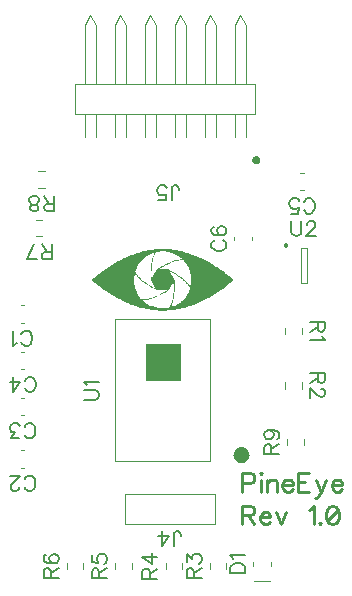
<source format=gbr>
G04 DipTrace 4.0.0.2*
G04 TopSilk.gbr*
%MOIN*%
G04 #@! TF.FileFunction,Legend,Top*
G04 #@! TF.Part,Single*
%ADD10C,0.004724*%
%ADD14C,0.003937*%
%ADD39C,0.00772*%
%ADD40C,0.009264*%
%FSLAX26Y26*%
G04*
G70*
G90*
G75*
G01*
G04 TopSilk*
%LPD*%
X611306Y1316960D2*
D14*
X599495D1*
X611306Y1374440D2*
X599495D1*
X611307Y833960D2*
X599496D1*
X611306Y891440D2*
X599495D1*
X611307Y1008960D2*
X599496D1*
X611306Y1066440D2*
X599495D1*
X611307Y1162960D2*
X599496D1*
X611306Y1220440D2*
X599495D1*
X1245401Y744700D2*
D10*
Y644700D1*
X945401D1*
Y744700D2*
Y644700D1*
X1245401Y744700D2*
X945401D1*
X1535959Y1299937D2*
D14*
X1535960Y1279465D1*
X1480841Y1299935D2*
X1480842Y1279463D1*
X1535959Y1117938D2*
X1535960Y1097465D1*
X1480841Y1117935D2*
X1480842Y1097462D1*
X1228842Y495463D2*
X1228841Y515935D1*
X1283960Y495465D2*
Y515937D1*
X1081842Y495463D2*
X1081841Y515935D1*
X1136960Y495465D2*
Y515937D1*
X913842Y495463D2*
Y515936D1*
X968960Y495464D2*
Y515937D1*
X752842Y495463D2*
Y515936D1*
X807960Y495464D2*
Y515937D1*
X914931Y856670D2*
D10*
X1230305D1*
Y1329920D1*
X914931D1*
Y856670D1*
G36*
X1334646Y849999D2*
X1331204Y850225D1*
X1327821Y850898D1*
X1324554Y852007D1*
X1321460Y853532D1*
X1318592Y855449D1*
X1315999Y857723D1*
X1313724Y860317D1*
X1311808Y863185D1*
X1310282Y866279D1*
X1309173Y869545D1*
X1308500Y872928D1*
X1308275Y876371D1*
X1308500Y879813D1*
X1309173Y883196D1*
X1310282Y886462D1*
X1311808Y889556D1*
X1313724Y892424D1*
X1315999Y895018D1*
X1318592Y897292D1*
X1321460Y899209D1*
X1324554Y900735D1*
X1327821Y901843D1*
X1331204Y902516D1*
X1334646Y902742D1*
X1335431D1*
X1338873Y902516D1*
X1342256Y901843D1*
X1345523Y900735D1*
X1348617Y899209D1*
X1351485Y897292D1*
X1354078Y895018D1*
X1356353Y892424D1*
X1358269Y889556D1*
X1359795Y886462D1*
X1360904Y883196D1*
X1361577Y879813D1*
X1361802Y876371D1*
X1361577Y872928D1*
X1360904Y869545D1*
X1359795Y866279D1*
X1358269Y863185D1*
X1356353Y860317D1*
X1354078Y857723D1*
X1351485Y855449D1*
X1348617Y853532D1*
X1345523Y852007D1*
X1342256Y850898D1*
X1338873Y850225D1*
X1335431Y849999D1*
X1334646D1*
G37*
G36*
X1015336Y1123218D2*
X1132675D1*
Y1244878D1*
X1015336D1*
Y1123218D1*
G37*
X1381426Y2014180D2*
D10*
Y2112587D1*
X781401D1*
Y2014180D1*
X1381426D1*
X1351134Y1935445D2*
Y2014180D1*
X1311713Y1935445D2*
Y2014180D1*
X1251069Y1935445D2*
Y2014180D1*
X1211709Y1935445D2*
Y2014180D1*
X1351134Y2112587D2*
Y2309452D1*
X1311713Y2112587D2*
Y2309452D1*
X1351134D2*
X1331393Y2342527D1*
X1311713Y2309452D2*
X1331393Y2342527D1*
X1251069Y2112587D2*
Y2309452D1*
X1211709Y2112587D2*
Y2309452D1*
X1251069D2*
X1231389Y2342527D1*
X1211709Y2309452D2*
X1231389Y2342527D1*
X1151127Y1935445D2*
Y2014180D1*
X1111767Y1935445D2*
Y2014180D1*
X1051061Y1935445D2*
Y2014180D1*
X1011700Y1935445D2*
Y2014180D1*
X1151127Y2112587D2*
Y2309452D1*
X1111767Y2112587D2*
Y2309452D1*
X1151127D2*
X1131447Y2342527D1*
X1111767Y2309452D2*
X1131447Y2342527D1*
X1051061Y2112587D2*
Y2309452D1*
X1011700Y2112587D2*
Y2309452D1*
X1051061D2*
X1031381Y2342527D1*
X1011700Y2309452D2*
X1031381Y2342527D1*
X951056Y1935445D2*
Y2014180D1*
X911696Y1935445D2*
Y2014180D1*
X851113Y1935445D2*
Y2014180D1*
X811754Y1935445D2*
Y2014180D1*
X951056Y2112587D2*
Y2309452D1*
X911696Y2112587D2*
Y2309452D1*
X951056D2*
X931376Y2342527D1*
X911696Y2309452D2*
X931376Y2342527D1*
X851113Y2112587D2*
Y2309452D1*
X811754Y2112587D2*
Y2309452D1*
X851113D2*
X831434Y2342527D1*
X811754Y2309452D2*
X831434Y2342527D1*
G36*
X1384544Y1872511D2*
X1386344Y1872393D1*
X1388112Y1872041D1*
X1389820Y1871462D1*
X1391437Y1870664D1*
X1392937Y1869662D1*
X1394292Y1868473D1*
X1395481Y1867118D1*
X1396483Y1865618D1*
X1397281Y1864001D1*
X1397860Y1862294D1*
X1398212Y1860525D1*
X1398330Y1858726D1*
X1398212Y1856926D1*
X1397860Y1855158D1*
X1397281Y1853450D1*
X1396483Y1851833D1*
X1395481Y1850334D1*
X1394292Y1848978D1*
X1392937Y1847789D1*
X1391437Y1846787D1*
X1389820Y1845990D1*
X1388112Y1845410D1*
X1386344Y1845058D1*
X1384544Y1844940D1*
X1384539D1*
X1382740Y1845058D1*
X1380971Y1845410D1*
X1379264Y1845990D1*
X1377647Y1846787D1*
X1376147Y1847789D1*
X1374791Y1848978D1*
X1373603Y1850334D1*
X1372601Y1851833D1*
X1371803Y1853450D1*
X1371224Y1855158D1*
X1370872Y1856926D1*
X1370754Y1858726D1*
X1370872Y1860525D1*
X1371224Y1862294D1*
X1371803Y1864001D1*
X1372601Y1865618D1*
X1373603Y1867118D1*
X1374791Y1868473D1*
X1376147Y1869662D1*
X1377647Y1870664D1*
X1379264Y1871462D1*
X1380971Y1872041D1*
X1382740Y1872393D1*
X1384539Y1872511D1*
X1384544D1*
G37*
G36*
X1483407Y1567249D2*
X1482402Y1567314D1*
X1481414Y1567511D1*
X1480460Y1567835D1*
X1479556Y1568280D1*
X1478719Y1568840D1*
X1477961Y1569504D1*
X1477297Y1570262D1*
X1476737Y1571100D1*
X1476292Y1572003D1*
X1475968Y1572957D1*
X1475771Y1573945D1*
X1475705Y1574951D1*
X1475771Y1575956D1*
X1475968Y1576944D1*
X1476292Y1577898D1*
X1476737Y1578802D1*
X1477297Y1579639D1*
X1477961Y1580397D1*
X1478719Y1581061D1*
X1479556Y1581621D1*
X1480460Y1582066D1*
X1481414Y1582390D1*
X1482402Y1582587D1*
X1483407Y1582653D1*
X1483426D1*
X1484431Y1582587D1*
X1485419Y1582390D1*
X1486373Y1582066D1*
X1487277Y1581621D1*
X1488114Y1581061D1*
X1488872Y1580397D1*
X1489536Y1579639D1*
X1490096Y1578802D1*
X1490542Y1577898D1*
X1490865Y1576944D1*
X1491062Y1575956D1*
X1491128Y1574951D1*
X1491062Y1573945D1*
X1490865Y1572957D1*
X1490542Y1572003D1*
X1490096Y1571100D1*
X1489536Y1570262D1*
X1488872Y1569504D1*
X1488114Y1568840D1*
X1487277Y1568280D1*
X1486373Y1567835D1*
X1485419Y1567511D1*
X1484431Y1567314D1*
X1483426Y1567249D1*
X1483407D1*
G37*
X1533558Y1565750D2*
D10*
Y1447645D1*
X1553243D1*
Y1565750D1*
X1533558D1*
X671638Y1605141D2*
D14*
X651165D1*
X671636Y1660259D2*
X651164D1*
X678638Y1766141D2*
X658166D1*
X678636Y1821259D2*
X658164D1*
X1542306Y1757960D2*
X1530495D1*
X1542306Y1815440D2*
X1530495D1*
X1311661Y1591794D2*
Y1603605D1*
X1369141Y1591795D2*
Y1603606D1*
X1374661Y506794D2*
Y518606D1*
X1432141Y506794D2*
Y518606D1*
X1378204Y455220D2*
X1428598D1*
X1487842Y908464D2*
Y928936D1*
X1542960Y908464D2*
Y928936D1*
G36*
X1280038Y1436579D2*
X1280775Y1436947D1*
X1282251Y1438054D1*
X1284094Y1439529D1*
X1285570Y1440635D1*
X1291101Y1445061D1*
X1297739Y1450592D1*
X1303640Y1455755D1*
X1308065Y1459812D1*
Y1460180D1*
X1303271Y1464606D1*
X1300321Y1467187D1*
X1295158Y1471612D1*
X1292945Y1473456D1*
X1283726Y1480832D1*
X1280775Y1483044D1*
X1278932Y1484520D1*
X1274506Y1487839D1*
X1273400Y1488576D1*
X1270450Y1490789D1*
X1269343Y1491526D1*
X1267868Y1492633D1*
X1265656Y1494108D1*
X1264181Y1495214D1*
X1261968Y1496689D1*
X1260493Y1497795D1*
X1252748Y1502958D1*
X1250905Y1504065D1*
X1247586Y1506277D1*
X1245742Y1507384D1*
X1244635Y1508121D1*
X1242792Y1509228D1*
X1241685Y1509965D1*
X1236154Y1513284D1*
X1233572Y1514759D1*
X1231728Y1515865D1*
X1226565Y1518816D1*
X1218452Y1523241D1*
X1201489Y1531723D1*
X1196695Y1533935D1*
X1190057Y1536886D1*
X1188213Y1537623D1*
X1183050Y1539836D1*
X1181206Y1540573D1*
X1178256Y1541680D1*
X1176412Y1542417D1*
X1173462Y1543524D1*
X1171618Y1544261D1*
X1165349Y1546474D1*
X1156498Y1549424D1*
X1151704Y1550899D1*
X1143960Y1553112D1*
X1135109Y1555324D1*
X1130315Y1556431D1*
X1126996Y1557168D1*
X1121464Y1558275D1*
X1117408Y1559012D1*
X1115195Y1559381D1*
X1110401Y1560119D1*
X1105238Y1560856D1*
X1102288Y1561225D1*
X1098969Y1561594D1*
X1094913Y1561962D1*
X1090487Y1562331D1*
X1084956Y1562700D1*
X1059510D1*
X1053978Y1562331D1*
X1049553Y1561962D1*
X1045497Y1561594D1*
X1042178Y1561225D1*
X1039227Y1560856D1*
X1034065Y1560119D1*
X1029270Y1559381D1*
X1027058Y1559012D1*
X1023001Y1558275D1*
X1017470Y1557168D1*
X1010832Y1555693D1*
X1007881Y1554956D1*
X1066517D1*
X1070327Y1555324D1*
X1074138D1*
X1077949Y1554956D1*
X1082743Y1554587D1*
X1087906Y1553849D1*
X1090118Y1553481D1*
X1091962Y1553112D1*
X1093437Y1552743D1*
X1095281Y1552374D1*
X1096756Y1552006D1*
X1097863Y1551637D1*
X1101550Y1550530D1*
X1107082Y1548687D1*
X1107820Y1548318D1*
X1111139Y1546843D1*
X1112245Y1546474D1*
X1118145Y1543524D1*
X1118514Y1543155D1*
X1121096Y1541680D1*
X1122939Y1540573D1*
X1127365Y1537623D1*
X1130315Y1535411D1*
X1132159Y1533935D1*
X1134740Y1531723D1*
X1135478Y1531354D1*
X1138797Y1528035D1*
X1129946Y1527666D1*
X1126627Y1527298D1*
X1124415Y1526929D1*
X1120727Y1526191D1*
X1113351Y1524347D1*
X1103394Y1521028D1*
X1101550Y1520291D1*
X1098600Y1519184D1*
X1093437Y1516972D1*
X1090118Y1515497D1*
X1082374Y1511809D1*
X1080899Y1511071D1*
X1073892Y1507384D1*
X1070573Y1505540D1*
X1062829Y1501114D1*
X1059141Y1498902D1*
X1058035Y1498164D1*
X1056191Y1497058D1*
X1052872Y1494845D1*
X1051766Y1493739D1*
X1051028Y1492264D1*
X1050291Y1491157D1*
X1049553Y1489682D1*
X1048816Y1488576D1*
X1048447Y1487839D1*
X1047709Y1486732D1*
X1046972Y1485257D1*
X1046234Y1484151D1*
X1045497Y1482676D1*
X1044759Y1481569D1*
X1044021Y1480094D1*
X1043284Y1478988D1*
X1042915Y1478250D1*
X1042178Y1477144D1*
X1041440Y1475669D1*
X1040702Y1474563D1*
X1039965Y1473087D1*
X1039227Y1471981D1*
X1038490Y1470506D1*
X1037752Y1469400D1*
X1037384Y1468662D1*
X1036646Y1467556D1*
X1035722Y1465711D1*
X1035508Y1465326D1*
X1035148Y1464942D1*
X1034958Y1465002D1*
X1034802Y1465343D1*
Y1490420D1*
X1035171Y1490789D1*
X1035540Y1497058D1*
X1035908Y1501852D1*
X1036277Y1505171D1*
X1036646Y1508859D1*
X1037752Y1516603D1*
X1038121Y1518447D1*
X1038490Y1520660D1*
X1038859Y1522503D1*
X1039227Y1523979D1*
X1039596Y1525822D1*
X1040702Y1530248D1*
X1041071Y1531354D1*
X1041440Y1532829D1*
X1043284Y1538361D1*
X1043653Y1539098D1*
X1044021Y1540205D1*
X1044390Y1540942D1*
X1044759Y1542049D1*
X1046972Y1546474D1*
X1047709Y1547580D1*
X1048078Y1548318D1*
X1049553Y1550530D1*
X1051028Y1552374D1*
Y1552743D1*
X1052503Y1553112D1*
X1054347Y1553481D1*
X1058772Y1554218D1*
X1061723Y1554587D1*
X1066517Y1554956D1*
X1007881D1*
X1000506Y1553112D1*
X995343Y1551637D1*
X1046234D1*
X1046510Y1551874D1*
X1046696Y1551843D1*
X1046906Y1551538D1*
X1046972Y1551268D1*
X1045865Y1550162D1*
X1045497Y1549424D1*
X1044759Y1548318D1*
X1042178Y1543155D1*
X1041809Y1542049D1*
X1041071Y1540573D1*
X1039965Y1537254D1*
X1039596Y1536517D1*
X1039227Y1535042D1*
X1038121Y1531723D1*
X1036646Y1525822D1*
X1036277Y1523979D1*
X1035908Y1522503D1*
X1035540Y1520660D1*
X1034433Y1514022D1*
X1034065Y1511440D1*
X1033696Y1508490D1*
X1033327Y1505171D1*
X1032958Y1501483D1*
X1032589Y1496689D1*
X1032221Y1490789D1*
Y1462024D1*
X1032589Y1459812D1*
X1033696Y1457599D1*
X1034433Y1456493D1*
X1035171Y1455017D1*
X1035908Y1453911D1*
X1036277Y1453174D1*
X1037015Y1452067D1*
X1037752Y1450592D1*
X1038490Y1449486D1*
X1039227Y1448011D1*
X1039965Y1446904D1*
X1040702Y1445429D1*
X1041440Y1444323D1*
X1041809Y1443585D1*
X1042546Y1442479D1*
X1043284Y1441004D1*
X1044021Y1439898D1*
X1044759Y1438423D1*
X1045497Y1437316D1*
X1046234Y1435841D1*
X1046972Y1434735D1*
X1047340Y1433997D1*
X1048078Y1432891D1*
X1048816Y1431416D1*
X1049553Y1430678D1*
X1049103Y1430293D1*
X1048677Y1430341D1*
X1048447Y1430678D1*
X1045865Y1432153D1*
X1042546Y1433997D1*
X1034802Y1438423D1*
X1033696Y1439160D1*
X1030008Y1441373D1*
X1028902Y1442110D1*
X1027058Y1443217D1*
X1019314Y1448379D1*
X1017838Y1449486D1*
X1016732Y1450223D1*
X1015257Y1451330D1*
X1014151Y1452067D1*
X1012676Y1453174D1*
X1010832Y1454649D1*
X1009357Y1455755D1*
X1007513Y1457230D1*
X1003087Y1460918D1*
X999400Y1464237D1*
X998662Y1464606D1*
X993130Y1470137D1*
Y1470506D1*
X990549Y1473456D1*
X988705Y1475669D1*
X987599Y1477144D1*
X984649Y1481569D1*
X984280Y1482307D1*
X983542Y1483413D1*
X982436Y1485626D1*
X982067Y1486732D1*
X981698Y1487470D1*
X981330Y1487839D1*
Y1488945D1*
X981698Y1489314D1*
X982067Y1490789D1*
X982436Y1491526D1*
X983542Y1494845D1*
X983911Y1495583D1*
X984280Y1496689D1*
X985386Y1498902D1*
X985755Y1500008D1*
X988336Y1505171D1*
X989074Y1506277D1*
X989811Y1507752D1*
X990549Y1508859D1*
X990918Y1509596D1*
X994606Y1515128D1*
X996818Y1518078D1*
X998293Y1519922D1*
X1000506Y1522503D1*
Y1522872D1*
X1009357Y1531723D1*
X1010094Y1532092D1*
X1012307Y1533935D1*
X1014151Y1535411D1*
X1017101Y1537623D1*
X1021526Y1540573D1*
X1023370Y1541680D1*
X1025951Y1543155D1*
X1026320Y1543524D1*
X1032221Y1546474D1*
X1033327Y1546843D1*
X1035908Y1547949D1*
X1037752Y1548687D1*
X1040702Y1549793D1*
X1046234Y1551637D1*
X995343D1*
X992762Y1550899D1*
X987968Y1549424D1*
X976904Y1545736D1*
X972848Y1544261D1*
X971004Y1543524D1*
X965103Y1541311D1*
X961416Y1539836D1*
X956253Y1537623D1*
X954409Y1536886D1*
X947771Y1533935D1*
X942977Y1531723D1*
X926751Y1523610D1*
X921957Y1521028D1*
X917900Y1518816D1*
X912737Y1515865D1*
X910893Y1514759D1*
X908312Y1513284D1*
X902780Y1509965D1*
X901674Y1509228D1*
X899830Y1508121D1*
X898724Y1507384D1*
X896880Y1506277D1*
X893561Y1504065D1*
X891717Y1502958D1*
X882867Y1497058D1*
X881391Y1495952D1*
X879179Y1494476D1*
X877704Y1493370D1*
X876597Y1492633D1*
X875122Y1491526D1*
X874016Y1490789D1*
X871066Y1488576D1*
X869959Y1487839D1*
X865534Y1484520D1*
X864428Y1483413D1*
X979855D1*
X980130Y1483650D1*
X980316Y1483619D1*
X980526Y1483314D1*
X980592Y1483044D1*
X980961Y1482307D1*
X981698Y1481201D1*
X982436Y1479725D1*
X985386Y1475300D1*
X986492Y1473825D1*
X987968Y1471981D1*
X990180Y1469400D1*
X998293Y1461287D1*
X1001243Y1458705D1*
X1003825Y1456493D1*
X1007513Y1453542D1*
X1008988Y1452436D1*
X1010832Y1450961D1*
X1011938Y1450223D1*
X1014888Y1448011D1*
X1015995Y1447273D1*
X1017470Y1446167D1*
X1025214Y1441004D1*
X1027058Y1439898D1*
X1029270Y1438423D1*
X1034802Y1435104D1*
X1037384Y1433628D1*
X1039227Y1432522D1*
X1041809Y1431047D1*
X1045865Y1428834D1*
X1052135Y1425515D1*
X1085693Y1424778D1*
X1085324Y1424409D1*
X1084587Y1424040D1*
X1080899Y1421828D1*
X1078318Y1420353D1*
X1076474Y1419246D1*
X1073892Y1417771D1*
X1069836Y1415558D1*
X1069467Y1415190D1*
X1053978Y1407445D1*
X1052872Y1407077D1*
X1049553Y1405601D1*
X1044390Y1403389D1*
X1038490Y1401176D1*
X1037752Y1400807D1*
X1033327Y1399332D1*
X1031852Y1398964D1*
X1029270Y1398226D1*
X1028164Y1397857D1*
X1023739Y1396751D1*
X1020051Y1396013D1*
X1017838Y1395645D1*
X1014519Y1395276D1*
X1011078Y1394907D1*
X1007636D1*
X1004194Y1395276D1*
X1001981Y1395645D1*
X1000506Y1397120D1*
Y1397488D1*
X998293Y1400070D1*
X996818Y1401914D1*
X994606Y1404864D1*
X990918Y1410396D1*
X990549Y1411133D1*
X989811Y1412239D1*
X989074Y1413715D1*
X988336Y1414821D1*
X985755Y1419984D1*
X985386Y1421090D1*
X984649Y1422565D1*
X984280Y1423672D1*
X983542Y1425147D1*
X980961Y1432891D1*
X980592Y1434366D1*
X980223Y1435472D1*
X979486Y1438423D1*
X978379Y1443954D1*
X978011Y1446536D1*
X977642Y1449486D1*
X977273Y1454280D1*
X976904Y1454649D1*
Y1465343D1*
X977273Y1465712D1*
X977642Y1470506D1*
X978011Y1473456D1*
X978379Y1476038D1*
X979486Y1481569D1*
X979855Y1483044D1*
Y1483413D1*
X864428D1*
X863690Y1483044D1*
X860740Y1480832D1*
X851521Y1473456D1*
X849308Y1471612D1*
X844145Y1467187D1*
X841195Y1464606D1*
X836401Y1460180D1*
Y1459812D1*
X840826Y1455755D1*
X844145Y1452805D1*
X846727Y1450592D1*
X853364Y1445061D1*
X858896Y1440635D1*
X860371Y1439529D1*
X862215Y1438054D1*
X872541Y1430309D1*
X873647Y1429572D1*
X876597Y1427359D1*
X879916Y1425147D1*
X881391Y1424040D1*
X885817Y1421090D1*
X887292Y1419984D1*
X889504Y1418509D1*
X891348Y1417402D1*
X895774Y1414452D1*
X897618Y1413346D1*
X898724Y1412608D1*
X900568Y1411502D1*
X901674Y1410764D1*
X910893Y1405233D1*
X918638Y1400807D1*
X921957Y1398964D1*
X928226Y1395645D1*
X929701Y1394907D1*
X1028164D1*
X1029639Y1395276D1*
X1032221Y1396013D1*
X1039965Y1398595D1*
X1041809Y1399332D1*
X1044759Y1400439D1*
X1046603Y1401176D1*
X1049184Y1402283D1*
X1051028Y1403020D1*
X1054347Y1404495D1*
X1069836Y1412239D1*
X1076474Y1415927D1*
X1079055Y1417402D1*
X1088275Y1422934D1*
X1091594Y1425147D1*
X1092331Y1425884D1*
X1093069Y1426990D1*
X1093437Y1427728D1*
X1094175Y1428834D1*
X1094913Y1430309D1*
X1095650Y1431416D1*
X1096388Y1432891D1*
X1097125Y1433997D1*
X1097494Y1434735D1*
X1098231Y1435841D1*
X1098969Y1437316D1*
X1099707Y1438423D1*
X1100444Y1439898D1*
X1101182Y1441004D1*
X1101919Y1442479D1*
X1102657Y1443585D1*
X1103026Y1444323D1*
X1103763Y1445429D1*
X1104501Y1446904D1*
X1105238Y1448011D1*
X1105976Y1449486D1*
X1106713Y1450592D1*
X1107451Y1452067D1*
X1108188Y1453174D1*
X1108743Y1454278D1*
X1108943Y1454618D1*
X1109205Y1454879D1*
X1109393Y1454862D1*
X1109664Y1454649D1*
Y1429941D1*
X1109295Y1429572D1*
X1108926Y1422934D1*
X1108557Y1418509D1*
X1107820Y1411133D1*
X1107082Y1405970D1*
X1105976Y1399332D1*
X1105607Y1397488D1*
X1105238Y1396013D1*
X1104869Y1394169D1*
X1103763Y1389744D1*
X1103394Y1388638D1*
X1103026Y1387163D1*
X1101182Y1381631D1*
X1100813Y1380894D1*
X1100444Y1379787D1*
X1100075Y1379050D1*
X1099707Y1377943D1*
X1097494Y1373518D1*
X1096756Y1372412D1*
X1096388Y1371674D1*
X1095650Y1370568D1*
X1093437Y1367618D1*
Y1367249D1*
X1091962Y1366880D1*
X1089750Y1366511D1*
X1087906Y1366142D1*
X1085324Y1365774D1*
X1082374Y1365405D1*
X1077949Y1365036D1*
X1074138Y1364667D1*
X1070327D1*
X1066517Y1365036D1*
X1061723Y1365405D1*
X1056560Y1366142D1*
X1049184Y1367618D1*
X1048078Y1367986D1*
X1045128Y1368724D1*
X1038490Y1370937D1*
X1037752Y1371305D1*
X1035908Y1372043D1*
X1032589Y1373518D1*
X1031483Y1373887D1*
X1027058Y1376099D1*
X1026689Y1376468D1*
X1023370Y1378312D1*
X1021526Y1379418D1*
X1018207Y1381631D1*
X1016732Y1382737D1*
X1015626Y1383475D1*
X1014151Y1384581D1*
X1012307Y1386056D1*
X1009725Y1388269D1*
X1008988Y1388638D1*
X1005669Y1391957D1*
X1014519Y1392326D1*
X1017838Y1392694D1*
X1020051Y1393063D1*
X1021895Y1393432D1*
X1025214Y1394169D1*
X1028164Y1394907D1*
X929701D1*
X941502Y1389007D1*
X947033Y1386425D1*
X953671Y1383475D1*
X958834Y1381262D1*
X968054Y1377575D1*
X973954Y1375362D1*
X979117Y1373518D1*
X985755Y1371305D1*
X991655Y1369461D1*
X999400Y1367249D1*
X1003456Y1366142D1*
X1009357Y1364667D1*
X1019314Y1362455D1*
X1025214Y1361348D1*
X1031852Y1360242D1*
X1036646Y1359505D1*
X1042178Y1358767D1*
X1049553Y1358029D1*
X1053978Y1357661D1*
X1059879Y1357292D1*
X1084587D1*
X1090487Y1357661D1*
X1094913Y1358029D1*
X1102288Y1358767D1*
X1107820Y1359505D1*
X1112614Y1360242D1*
X1119252Y1361348D1*
X1125152Y1362455D1*
X1135109Y1364667D1*
X1141009Y1366142D1*
X1145066Y1367249D1*
X1150229Y1368724D1*
X1099338D1*
X1098723Y1368355D1*
X1098109D1*
X1097494Y1368724D1*
X1098600Y1369830D1*
X1099338Y1371305D1*
X1100075Y1372412D1*
X1102288Y1376837D1*
X1102657Y1377943D1*
X1103026Y1378681D1*
X1103394Y1379787D1*
X1103763Y1380525D1*
X1104501Y1382737D1*
X1104869Y1383475D1*
X1105238Y1384950D1*
X1106345Y1388269D1*
X1107820Y1394169D1*
X1108188Y1396013D1*
X1108557Y1397488D1*
X1108926Y1399701D1*
X1109295Y1401545D1*
X1110032Y1405970D1*
X1110401Y1408552D1*
X1110770Y1411502D1*
X1111139Y1414821D1*
X1111507Y1418509D1*
X1111876Y1423303D1*
X1112245Y1429572D1*
Y1457968D1*
X1111876Y1460180D1*
X1110770Y1462393D1*
X1110032Y1463499D1*
X1109295Y1464974D1*
X1108557Y1466081D1*
X1107820Y1467556D1*
X1107082Y1468662D1*
X1106713Y1469400D1*
X1105976Y1470506D1*
X1105238Y1471981D1*
X1104501Y1473087D1*
X1103763Y1474563D1*
X1103026Y1475669D1*
X1102657Y1476406D1*
X1101919Y1477513D1*
X1101182Y1478988D1*
X1100444Y1480094D1*
X1099707Y1481569D1*
X1098969Y1482676D1*
X1098231Y1484151D1*
X1097494Y1485257D1*
X1097125Y1485995D1*
X1096388Y1487101D1*
X1095650Y1488576D1*
X1094913Y1489314D1*
X1095307Y1489534D1*
X1095627Y1489510D1*
X1096019Y1489314D1*
X1102657Y1485626D1*
X1105238Y1484151D1*
X1107082Y1483044D1*
X1109664Y1481569D1*
X1113351Y1479357D1*
X1115564Y1477882D1*
X1117408Y1476775D1*
X1126258Y1470875D1*
X1129209Y1468662D1*
X1130315Y1467925D1*
X1131790Y1466818D1*
X1133634Y1465343D1*
X1135109Y1464237D1*
X1138797Y1461287D1*
X1141378Y1459074D1*
X1144697Y1456124D1*
X1145435Y1455755D1*
X1151335Y1449855D1*
Y1449486D1*
X1154285Y1446167D1*
X1155760Y1444323D1*
X1157973Y1441373D1*
X1158711Y1440266D1*
X1159079Y1439529D1*
X1159817Y1438423D1*
X1160186Y1437685D1*
X1160923Y1436579D1*
X1162030Y1434366D1*
X1162398Y1433260D1*
X1162767Y1432522D1*
X1163136Y1432153D1*
Y1431047D1*
X1162767Y1430678D1*
X1161292Y1426253D1*
X1160923Y1425515D1*
X1160555Y1424409D1*
X1160186Y1423672D1*
X1159817Y1422565D1*
X1159079Y1421090D1*
X1158711Y1419984D1*
X1156498Y1415558D1*
X1155760Y1414452D1*
X1154654Y1412239D1*
X1153917Y1411133D1*
X1153548Y1410396D1*
X1150598Y1405970D1*
X1149491Y1404495D1*
X1148754Y1403389D1*
X1145804Y1399701D1*
X1143960Y1397488D1*
Y1397120D1*
X1135478Y1388638D1*
X1134740Y1388269D1*
X1132528Y1386425D1*
X1128840Y1383475D1*
X1127734Y1382737D1*
X1126258Y1381631D1*
X1122939Y1379418D1*
X1117777Y1376468D1*
X1117408Y1376099D1*
X1112245Y1373518D1*
X1111139Y1373149D1*
X1108557Y1372043D1*
X1106713Y1371305D1*
X1099338Y1368724D1*
X1150229D1*
X1152810Y1369461D1*
X1158711Y1371305D1*
X1165349Y1373518D1*
X1170512Y1375362D1*
X1176412Y1377575D1*
X1183787Y1380525D1*
X1186369Y1381631D1*
X1188213Y1382369D1*
X1190794Y1383475D1*
X1197432Y1386425D1*
X1202964Y1389007D1*
X1216240Y1395645D1*
X1222509Y1398964D1*
X1225828Y1400807D1*
X1233572Y1405233D1*
X1242792Y1410764D1*
X1243898Y1411502D1*
X1245742Y1412608D1*
X1246848Y1413346D1*
X1248692Y1414452D1*
X1253117Y1417402D1*
X1254961Y1418509D1*
X1256067Y1419246D1*
X1257543Y1420353D1*
X1263074Y1424040D1*
X1264549Y1425147D1*
X1267868Y1427359D1*
X1270818Y1429572D1*
X1271925Y1430309D1*
X1279300Y1435841D1*
X1280038Y1436579D1*
X1164611D1*
X1164220Y1436178D1*
X1164030Y1436237D1*
X1163793Y1436643D1*
X1163874Y1436947D1*
X1163136Y1438423D1*
X1162398Y1439529D1*
X1162030Y1440266D1*
X1159079Y1444692D1*
X1157973Y1446167D1*
X1156498Y1448011D1*
X1154285Y1450592D1*
X1145804Y1459074D1*
X1142853Y1461655D1*
X1138428Y1465343D1*
X1136953Y1466450D1*
X1135109Y1467925D1*
X1132159Y1470137D1*
X1131053Y1470875D1*
X1129577Y1471981D1*
X1128471Y1472719D1*
X1126996Y1473825D1*
X1118145Y1479725D1*
X1116301Y1480832D1*
X1115195Y1481569D1*
X1107820Y1485995D1*
X1102657Y1488945D1*
X1099338Y1490789D1*
X1093069Y1494108D1*
X1092331Y1494476D1*
X1058772Y1495214D1*
X1059141Y1495583D1*
X1059879Y1495952D1*
X1065410Y1499271D1*
X1070573Y1502221D1*
X1073892Y1504065D1*
X1079424Y1507015D1*
X1080899Y1507752D1*
X1081268Y1508121D1*
X1082005Y1508490D1*
X1083112Y1508859D1*
X1083480Y1509228D1*
X1084956Y1509965D1*
X1086062Y1510334D1*
X1092331Y1513284D1*
X1095650Y1514759D1*
X1098231Y1515865D1*
X1103763Y1518078D1*
X1104501Y1518447D1*
X1112245Y1521028D1*
X1113720Y1521397D1*
X1114826Y1521766D1*
X1122202Y1523610D1*
X1126627Y1524347D1*
X1129946Y1524716D1*
X1133511Y1525085D1*
X1137076D1*
X1140641Y1524716D1*
X1142485Y1524347D1*
X1143960Y1522872D1*
Y1522503D1*
X1146172Y1519922D1*
X1147647Y1518078D1*
X1149860Y1515128D1*
X1153548Y1509596D1*
X1153917Y1508859D1*
X1154654Y1507752D1*
X1155392Y1506277D1*
X1156129Y1505171D1*
X1158711Y1500008D1*
X1159079Y1498902D1*
X1159817Y1497427D1*
X1160186Y1496320D1*
X1160923Y1494845D1*
X1162030Y1491526D1*
X1162398Y1490789D1*
X1162767Y1489314D1*
X1163874Y1485995D1*
X1164980Y1481569D1*
X1166086Y1476038D1*
X1166455Y1473456D1*
X1166824Y1470506D1*
X1167193Y1465712D1*
X1167561Y1465343D1*
Y1454649D1*
X1167193Y1454280D1*
X1166824Y1449486D1*
X1166086Y1444323D1*
X1165717Y1442110D1*
X1164980Y1438423D1*
X1164611Y1436947D1*
Y1436579D1*
X1280038D1*
G37*
X1338033Y782780D2*
D40*
X1363899D1*
X1372454Y785632D1*
X1375373Y788550D1*
X1378225Y794254D1*
Y802876D1*
X1375373Y808579D1*
X1372454Y811498D1*
X1363899Y814350D1*
X1338033D1*
Y754062D1*
X1396752Y814350D2*
X1399604Y811498D1*
X1402522Y814350D1*
X1399604Y817268D1*
X1396752Y814350D1*
X1399604Y794254D2*
Y754062D1*
X1421049Y794254D2*
Y754062D1*
Y782780D2*
X1429671Y791402D1*
X1435441Y794254D1*
X1443997D1*
X1449767Y791402D1*
X1452619Y782780D1*
Y754062D1*
X1471146Y777009D2*
X1505568D1*
Y782780D1*
X1502716Y788550D1*
X1499864Y791402D1*
X1494094Y794254D1*
X1485472D1*
X1479768Y791402D1*
X1473998Y785632D1*
X1471146Y777009D1*
Y771306D1*
X1473998Y762684D1*
X1479768Y756980D1*
X1485472Y754062D1*
X1494094D1*
X1499864Y756980D1*
X1505568Y762684D1*
X1561369Y814350D2*
X1524095D1*
Y754062D1*
X1561369D1*
X1524095Y785632D2*
X1547043D1*
X1582814Y794254D2*
X1599992Y754062D1*
X1594288Y742588D1*
X1588518Y736817D1*
X1582814Y733966D1*
X1579896D1*
X1617236Y794254D2*
X1599992Y754062D1*
X1635763Y777009D2*
X1670185D1*
Y782780D1*
X1667333Y788550D1*
X1664481Y791402D1*
X1658711Y794254D1*
X1650089D1*
X1644385Y791402D1*
X1638615Y785632D1*
X1635763Y777009D1*
Y771306D1*
X1638615Y762684D1*
X1644385Y756980D1*
X1650089Y754062D1*
X1658711D1*
X1664481Y756980D1*
X1670185Y762684D1*
X1338033Y676395D2*
X1363832D1*
X1372454Y679313D1*
X1375373Y682165D1*
X1378225Y687869D1*
Y693639D1*
X1375373Y699342D1*
X1372454Y702261D1*
X1363832Y705113D1*
X1338033D1*
Y644825D1*
X1358129Y676395D2*
X1378225Y644825D1*
X1396752Y667773D2*
X1431174D1*
Y673543D1*
X1428322Y679313D1*
X1425470Y682165D1*
X1419700Y685017D1*
X1411078D1*
X1405374Y682165D1*
X1399604Y676395D1*
X1396752Y667773D1*
Y662069D1*
X1399604Y653447D1*
X1405374Y647743D1*
X1411078Y644825D1*
X1419700D1*
X1425470Y647743D1*
X1431174Y653447D1*
X1449701Y685017D2*
X1466945Y644825D1*
X1484122Y685017D1*
X1560971Y693572D2*
X1566741Y696491D1*
X1575363Y705046D1*
Y644825D1*
X1596742Y650595D2*
X1593890Y647676D1*
X1596742Y644825D1*
X1599660Y647676D1*
X1596742Y650595D1*
X1635431Y705046D2*
X1626809Y702194D1*
X1621039Y693572D1*
X1618187Y679246D1*
Y670624D1*
X1621039Y656299D1*
X1626809Y647676D1*
X1635431Y644825D1*
X1641135D1*
X1649757Y647676D1*
X1655461Y656299D1*
X1658379Y670624D1*
Y679246D1*
X1655461Y693572D1*
X1649757Y702194D1*
X1641135Y705046D1*
X1635431D1*
X1655461Y693572D2*
X1621039Y656299D1*
X601182Y1251738D2*
D39*
X603559Y1246985D1*
X608367Y1242176D1*
X613120Y1239800D1*
X622682D1*
X627490Y1242176D1*
X632244Y1246985D1*
X634676Y1251738D1*
X637052Y1258923D1*
Y1270917D1*
X634676Y1278046D1*
X632244Y1282855D1*
X627490Y1287608D1*
X622682Y1290040D1*
X613120D1*
X608367Y1287608D1*
X603559Y1282855D1*
X601182Y1278046D1*
X585743Y1249417D2*
X580934Y1246985D1*
X573749Y1239855D1*
Y1290040D1*
X611934Y768738D2*
X614311Y763985D1*
X619119Y759177D1*
X623873Y756800D1*
X633434D1*
X638243Y759177D1*
X642996Y763986D1*
X645428Y768739D1*
X647804Y775924D1*
Y787917D1*
X645427Y795047D1*
X642995Y799856D1*
X638242Y804609D1*
X633433Y807040D1*
X623872D1*
X619118Y804608D1*
X614310Y799855D1*
X611934Y795046D1*
X594063Y768793D2*
Y766416D1*
X591687Y761608D1*
X589310Y759231D1*
X584502Y756855D1*
X574940Y756854D1*
X570187Y759231D1*
X567810Y761607D1*
X565378Y766416D1*
Y771169D1*
X567810Y775977D1*
X572563Y783107D1*
X596494Y807040D1*
X563001Y807039D1*
X611934Y943738D2*
X614311Y938985D1*
X619119Y934177D1*
X623873Y931800D1*
X633434D1*
X638243Y934177D1*
X642996Y938986D1*
X645428Y943739D1*
X647804Y950924D1*
Y962917D1*
X645427Y970047D1*
X642995Y974856D1*
X638242Y979609D1*
X633433Y982040D1*
X623872D1*
X619118Y979608D1*
X614310Y974855D1*
X611934Y970046D1*
X591687Y931855D2*
X565434Y931854D1*
X579748Y950978D1*
X572563D1*
X567810Y953354D1*
X565433Y955731D1*
X563001Y962916D1*
Y967669D1*
X565433Y974854D1*
X570186Y979662D1*
X577371Y982039D1*
X584556D1*
X591686Y979663D1*
X594062Y977231D1*
X596494Y972478D1*
X613122Y1097738D2*
X615499Y1092985D1*
X620308Y1088177D1*
X625061Y1085800D1*
X634623D1*
X639431Y1088177D1*
X644184Y1092986D1*
X646616Y1097739D1*
X648992Y1104924D1*
Y1116917D1*
X646615Y1124047D1*
X644183Y1128856D1*
X639430Y1133609D1*
X634621Y1136040D1*
X625060D1*
X620307Y1133608D1*
X615498Y1128855D1*
X613122Y1124046D1*
X573751Y1136039D2*
X573752Y1085854D1*
X597683Y1119293D1*
X561813Y1119292D1*
X1109090Y571477D2*
Y609723D1*
X1111466Y616908D1*
X1113898Y619285D1*
X1118651Y621717D1*
X1123460D1*
X1128213Y619285D1*
X1130589Y616908D1*
X1133021Y609723D1*
Y604970D1*
X1069719Y621717D2*
Y571532D1*
X1093650Y604970D1*
X1057780D1*
X1589187Y1320166D2*
X1589188Y1298666D1*
X1591620Y1291482D1*
X1593997Y1289050D1*
X1598750Y1286673D1*
X1603558Y1286674D1*
X1608312Y1289050D1*
X1610743Y1291482D1*
X1613120Y1298667D1*
X1613119Y1320167D1*
X1562879Y1320165D1*
X1589188Y1303420D2*
X1562880Y1286672D1*
X1603504Y1271234D2*
X1605936Y1266426D1*
X1613066Y1259241D1*
X1562881Y1259239D1*
X1589186Y1148917D2*
X1589187Y1127418D1*
X1591619Y1120233D1*
X1593996Y1117801D1*
X1598749Y1115425D1*
X1603558D1*
X1608311Y1117802D1*
X1610743Y1120234D1*
X1613119Y1127419D1*
X1613118Y1148919D1*
X1562878Y1148916D1*
X1589187Y1132171D2*
X1562879Y1115423D1*
X1601127Y1097554D2*
X1603504D1*
X1608312Y1095177D1*
X1610689Y1092801D1*
X1613066Y1087993D1*
Y1078431D1*
X1610690Y1073678D1*
X1608313Y1071301D1*
X1603505Y1068869D1*
X1598752D1*
X1593943Y1071300D1*
X1586813Y1076053D1*
X1562880Y1099983D1*
X1562882Y1066490D1*
X1175615Y464484D2*
X1175614Y485984D1*
X1173182Y493169D1*
X1170805Y495601D1*
X1166052Y497977D1*
X1161244D1*
X1156490Y495600D1*
X1154059Y493169D1*
X1151682Y485983D1*
X1151683Y464484D1*
X1201923Y464485D1*
X1175614Y481231D2*
X1201922Y497979D1*
X1151737Y518225D2*
X1151736Y544478D1*
X1170859Y530163D1*
Y537349D1*
X1173236Y542102D1*
X1175612Y544478D1*
X1182797Y546911D1*
X1187550D1*
X1194735Y544479D1*
X1199544Y539726D1*
X1201921Y532541D1*
Y525356D1*
X1199545Y518226D1*
X1197113Y515850D1*
X1192360Y513418D1*
X1028615Y463296D2*
X1028614Y484796D1*
X1026182Y491981D1*
X1023805Y494413D1*
X1019052Y496789D1*
X1014244D1*
X1009490Y494412D1*
X1007059Y491980D1*
X1004682Y484795D1*
X1004683Y463295D1*
X1054923Y463297D1*
X1028614Y480043D2*
X1054922Y496790D1*
X1054921Y536161D2*
X1004736Y536160D1*
X1038175Y512229D1*
X1038174Y548099D1*
X860614Y464486D2*
Y485985D1*
X858182Y493170D1*
X855805Y495602D1*
X851052Y497979D1*
X846243D1*
X841490Y495602D1*
X839058Y493170D1*
X836682Y485985D1*
Y464485D1*
X886922Y464486D1*
X860614Y481232D2*
X886922Y497979D1*
X836736Y542103D2*
X836737Y518226D1*
X858237Y515850D1*
X855860Y518227D1*
X853428Y525411D1*
Y532541D1*
X855860Y539726D1*
X860613Y544535D1*
X867798Y546912D1*
X872551D1*
X879736Y544535D1*
X884544Y539727D1*
X886921Y532542D1*
Y525412D1*
X884545Y518227D1*
X882113Y515850D1*
X877360Y513418D1*
X699614Y465701D2*
Y487201D1*
X697182Y494386D1*
X694805Y496818D1*
X690052Y499195D1*
X685243D1*
X680490Y496818D1*
X678058Y494386D1*
X675682Y487201D1*
Y465701D1*
X725922Y465702D1*
X699614Y482448D2*
X725922Y499195D1*
X682866Y543319D2*
X678113Y540942D1*
X675736Y533757D1*
Y529004D1*
X678113Y521819D1*
X685298Y517010D1*
X697237Y514634D1*
X709175D1*
X718736Y517011D1*
X723545Y521820D1*
X725921Y529005D1*
Y531381D1*
X723544Y538511D1*
X718736Y543319D1*
X711551Y545696D1*
X709174D1*
X701989Y543319D1*
X697236Y538510D1*
X694860Y531381D1*
Y529004D1*
X697236Y521819D1*
X701990Y517011D1*
X709175Y514634D1*
X810233Y1059497D2*
X846103D1*
X853288Y1061873D1*
X858041Y1066682D1*
X860473Y1073867D1*
Y1078620D1*
X858041Y1085805D1*
X853288Y1090614D1*
X846103Y1092990D1*
X810233D1*
X819850Y1108429D2*
X817418Y1113238D1*
X810288Y1120423D1*
X860473D1*
X1102366Y1724422D2*
Y1762668D1*
X1104742Y1769853D1*
X1107174Y1772230D1*
X1111927Y1774662D1*
X1116736D1*
X1121489Y1772230D1*
X1123866Y1769853D1*
X1126298Y1762668D1*
Y1757915D1*
X1058242Y1724477D2*
X1082118D1*
X1084495Y1745977D1*
X1082118Y1743600D1*
X1074933Y1741168D1*
X1067803D1*
X1060618Y1743600D1*
X1055810Y1748354D1*
X1053433Y1755539D1*
Y1760292D1*
X1055810Y1767477D1*
X1060618Y1772285D1*
X1067803Y1774662D1*
X1074933D1*
X1082118Y1772285D1*
X1084495Y1769853D1*
X1086927Y1765100D1*
X1501312Y1655876D2*
Y1620006D1*
X1503689Y1612821D1*
X1508498Y1608068D1*
X1515683Y1605636D1*
X1520436D1*
X1527621Y1608068D1*
X1532429Y1612821D1*
X1534806Y1620006D1*
Y1655876D1*
X1552677Y1643882D2*
Y1646259D1*
X1555054Y1651067D1*
X1557430Y1653444D1*
X1562239Y1655821D1*
X1571800D1*
X1576553Y1653444D1*
X1578930Y1651067D1*
X1581362Y1646259D1*
Y1641506D1*
X1578930Y1636697D1*
X1574177Y1629568D1*
X1550245Y1605636D1*
X1583738D1*
X702616Y1551913D2*
X681116D1*
X673931Y1549481D1*
X671499Y1547104D1*
X669122Y1542351D1*
X669123Y1537543D1*
X671499Y1532790D1*
X673931Y1530358D1*
X681116Y1527981D1*
X702616Y1527982D1*
X702615Y1578222D1*
X685869Y1551913D2*
X669122Y1578221D1*
X644121Y1578220D2*
X620190Y1528035D1*
X653683Y1528036D1*
X709589Y1712914D2*
X688089Y1712913D1*
X680904Y1710481D1*
X678473Y1708104D1*
X676096Y1703351D1*
Y1698543D1*
X678473Y1693790D1*
X680905Y1691358D1*
X688090Y1688982D1*
X709590D1*
X709588Y1739222D1*
X692842Y1712913D2*
X676095Y1739221D1*
X648719Y1689035D2*
X655849Y1691412D1*
X658281Y1696166D1*
X658280Y1700974D1*
X655848Y1705727D1*
X651095Y1708159D1*
X641533Y1710535D1*
X634348Y1712911D1*
X629595Y1717720D1*
X627218Y1722473D1*
Y1729658D1*
X629594Y1734411D1*
X631971Y1736843D1*
X639156Y1739220D1*
X648717D1*
X655847Y1736844D1*
X658279Y1734412D1*
X660656Y1729659D1*
Y1722474D1*
X658280Y1717721D1*
X653471Y1712912D1*
X646342Y1710535D1*
X636780Y1708158D1*
X631972Y1705726D1*
X629595Y1700973D1*
X629596Y1696164D1*
X631972Y1691411D1*
X639158Y1689035D1*
X648719D1*
X1542932Y1692738D2*
X1545309Y1687985D1*
X1550117Y1683176D1*
X1554870Y1680800D1*
X1564432D1*
X1569240Y1683176D1*
X1573994Y1687985D1*
X1576425Y1692738D1*
X1578802Y1699923D1*
Y1711917D1*
X1576425Y1719046D1*
X1573994Y1723855D1*
X1569240Y1728608D1*
X1564432Y1731040D1*
X1554870D1*
X1550117Y1728608D1*
X1545309Y1723855D1*
X1542932Y1719046D1*
X1498808Y1680855D2*
X1522684D1*
X1525061Y1702355D1*
X1522684Y1699978D1*
X1515499Y1697546D1*
X1508370D1*
X1501185Y1699978D1*
X1496376Y1704731D1*
X1494000Y1711917D1*
Y1716670D1*
X1496376Y1723855D1*
X1501185Y1728663D1*
X1508370Y1731040D1*
X1515499D1*
X1522684Y1728663D1*
X1525061Y1726231D1*
X1527493Y1721478D1*
X1246439Y1592383D2*
X1241686Y1590006D1*
X1236877Y1585198D1*
X1234501Y1580444D1*
Y1570883D1*
X1236878Y1566074D1*
X1241686Y1561321D1*
X1246439Y1558890D1*
X1253625Y1556513D1*
X1265618D1*
X1272748Y1558890D1*
X1277556Y1561322D1*
X1282309Y1566075D1*
X1284741Y1570884D1*
Y1580445D1*
X1282309Y1585198D1*
X1277556Y1590007D1*
X1272747Y1592383D1*
X1241685Y1636507D2*
X1236932Y1634130D1*
X1234555Y1626945D1*
Y1622192D1*
X1236932Y1615007D1*
X1244117Y1610199D1*
X1256055Y1607822D1*
X1267994Y1607823D1*
X1277555Y1610199D1*
X1282364Y1615008D1*
X1284740Y1622193D1*
Y1624569D1*
X1282363Y1631699D1*
X1277555Y1636508D1*
X1270370Y1638884D1*
X1267993D1*
X1260808Y1636507D1*
X1256055Y1631699D1*
X1253679Y1624569D1*
Y1622192D1*
X1256055Y1615007D1*
X1260809Y1610199D1*
X1267994Y1607823D1*
X1297501Y481253D2*
X1347741D1*
Y497999D1*
X1345309Y505184D1*
X1340556Y509993D1*
X1335747Y512369D1*
X1328617Y514746D1*
X1316624D1*
X1309439Y512369D1*
X1304686Y509993D1*
X1299877Y505184D1*
X1297501Y497999D1*
Y481253D1*
X1307117Y530185D2*
X1304686Y534994D1*
X1297556Y542179D1*
X1347741D1*
X1434613Y878675D2*
Y900175D1*
X1432181Y907360D1*
X1429805Y909792D1*
X1425052Y912169D1*
X1420243D1*
X1415490Y909792D1*
X1413058Y907360D1*
X1410682Y900175D1*
Y878675D1*
X1460922D1*
X1434613Y895422D2*
X1460922Y912169D1*
X1427428Y958725D2*
X1434613Y956293D1*
X1439422Y951540D1*
X1441798Y944355D1*
Y941978D1*
X1439422Y934793D1*
X1434613Y930040D1*
X1427428Y927608D1*
X1425052D1*
X1417867Y930040D1*
X1413114Y934793D1*
X1410737Y941978D1*
Y944355D1*
X1413114Y951540D1*
X1417867Y956293D1*
X1427428Y958725D1*
X1439422D1*
X1451360Y956293D1*
X1458545Y951540D1*
X1460922Y944355D1*
Y939601D1*
X1458545Y932416D1*
X1453737Y930040D1*
M02*

</source>
